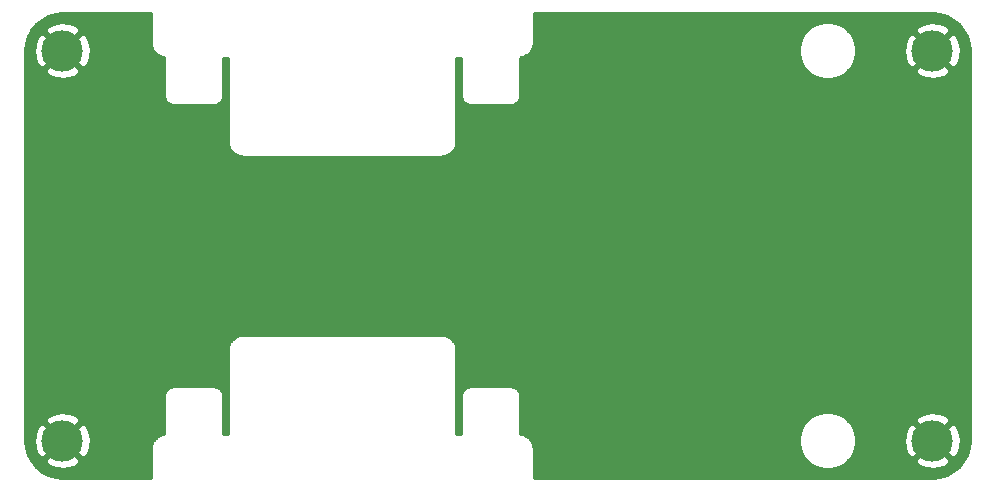
<source format=gbl>
%TF.GenerationSoftware,KiCad,Pcbnew,(5.1.8)-1*%
%TF.CreationDate,2021-02-06T02:04:06+01:00*%
%TF.ProjectId,C64 Joystick Faceplate A1,43363420-4a6f-4797-9374-69636b204661,rev?*%
%TF.SameCoordinates,Original*%
%TF.FileFunction,Copper,L2,Bot*%
%TF.FilePolarity,Positive*%
%FSLAX46Y46*%
G04 Gerber Fmt 4.6, Leading zero omitted, Abs format (unit mm)*
G04 Created by KiCad (PCBNEW (5.1.8)-1) date 2021-02-06 02:04:06*
%MOMM*%
%LPD*%
G01*
G04 APERTURE LIST*
%TA.AperFunction,ComponentPad*%
%ADD10C,3.500000*%
%TD*%
%TA.AperFunction,Conductor*%
%ADD11C,0.254000*%
%TD*%
%TA.AperFunction,Conductor*%
%ADD12C,0.100000*%
%TD*%
G04 APERTURE END LIST*
D10*
%TO.P,M1,1*%
%TO.N,Net-(M1-Pad1)*%
X99695000Y-108585000D03*
%TD*%
%TO.P,M2,1*%
%TO.N,Net-(M1-Pad1)*%
X173355000Y-75565000D03*
%TD*%
%TO.P,M3,1*%
%TO.N,Net-(M1-Pad1)*%
X99695000Y-75565000D03*
%TD*%
%TO.P,M4,1*%
%TO.N,Net-(M1-Pad1)*%
X173355000Y-108585000D03*
%TD*%
D11*
%TO.N,Net-(M1-Pad1)*%
X107162513Y-72415666D02*
X107163001Y-72420310D01*
X107163000Y-74898918D01*
X107165758Y-74926919D01*
X107165731Y-74930755D01*
X107166631Y-74939926D01*
X107179586Y-75063177D01*
X107191615Y-75121774D01*
X107202822Y-75180528D01*
X107205486Y-75189350D01*
X107242133Y-75307738D01*
X107265308Y-75362868D01*
X107287722Y-75418347D01*
X107292049Y-75426483D01*
X107350992Y-75535498D01*
X107384437Y-75585082D01*
X107417197Y-75635145D01*
X107423022Y-75642286D01*
X107502018Y-75737776D01*
X107544467Y-75779930D01*
X107586315Y-75822665D01*
X107593416Y-75828539D01*
X107689455Y-75906867D01*
X107739281Y-75939972D01*
X107788638Y-75973767D01*
X107796744Y-75978150D01*
X107906167Y-76036332D01*
X107961459Y-76059121D01*
X108016455Y-76082693D01*
X108025258Y-76085418D01*
X108143899Y-76121237D01*
X108202583Y-76132857D01*
X108261094Y-76145294D01*
X108270250Y-76146256D01*
X108270255Y-76146257D01*
X108270259Y-76146257D01*
X108306000Y-76149761D01*
X108306001Y-79407419D01*
X108308724Y-79435062D01*
X108308719Y-79435709D01*
X108309619Y-79444881D01*
X108310756Y-79455700D01*
X108315551Y-79504383D01*
X108326754Y-79541314D01*
X108335445Y-79586876D01*
X108338108Y-79595698D01*
X108345437Y-79619375D01*
X108368616Y-79674516D01*
X108391030Y-79729993D01*
X108395357Y-79738129D01*
X108407146Y-79759932D01*
X108440577Y-79809495D01*
X108473346Y-79859572D01*
X108479170Y-79866713D01*
X108494969Y-79885811D01*
X108537418Y-79927965D01*
X108579266Y-79970700D01*
X108586366Y-79976574D01*
X108605575Y-79992240D01*
X108655358Y-80025316D01*
X108704771Y-80059149D01*
X108712877Y-80063531D01*
X108734762Y-80075167D01*
X108790054Y-80097956D01*
X108845038Y-80121522D01*
X108853841Y-80124247D01*
X108877569Y-80131411D01*
X108925640Y-80140930D01*
X108963617Y-80152450D01*
X109002317Y-80156262D01*
X109003920Y-80156430D01*
X109003925Y-80156431D01*
X109003930Y-80156431D01*
X109028578Y-80158848D01*
X109060581Y-80162000D01*
X112554419Y-80162000D01*
X112582071Y-80159277D01*
X112582709Y-80159281D01*
X112591881Y-80158381D01*
X112602549Y-80157260D01*
X112651383Y-80152450D01*
X112688323Y-80141244D01*
X112733876Y-80132555D01*
X112742698Y-80129892D01*
X112766375Y-80122563D01*
X112821516Y-80099384D01*
X112876993Y-80076970D01*
X112885129Y-80072643D01*
X112906932Y-80060854D01*
X112956495Y-80027423D01*
X113006572Y-79994654D01*
X113013713Y-79988830D01*
X113032811Y-79973031D01*
X113074965Y-79930582D01*
X113117700Y-79888734D01*
X113123574Y-79881634D01*
X113139240Y-79862425D01*
X113172316Y-79812642D01*
X113206149Y-79763229D01*
X113210531Y-79755123D01*
X113222167Y-79733238D01*
X113244956Y-79677946D01*
X113268522Y-79622962D01*
X113271247Y-79614159D01*
X113278411Y-79590431D01*
X113287930Y-79542360D01*
X113299450Y-79504383D01*
X113303262Y-79465683D01*
X113303430Y-79464080D01*
X113303431Y-79464075D01*
X113303431Y-79464066D01*
X113305849Y-79439412D01*
X113309000Y-79407419D01*
X113309000Y-76161500D01*
X113696225Y-76161500D01*
X113703013Y-76162166D01*
X113703501Y-76166810D01*
X113703500Y-83280918D01*
X113706258Y-83308919D01*
X113706231Y-83312755D01*
X113707131Y-83321926D01*
X113720086Y-83445177D01*
X113732115Y-83503774D01*
X113743322Y-83562528D01*
X113745986Y-83571350D01*
X113782633Y-83689738D01*
X113805808Y-83744868D01*
X113828222Y-83800347D01*
X113832549Y-83808483D01*
X113891492Y-83917498D01*
X113924937Y-83967082D01*
X113957697Y-84017145D01*
X113963522Y-84024286D01*
X114042518Y-84119776D01*
X114084967Y-84161930D01*
X114126815Y-84204665D01*
X114133916Y-84210539D01*
X114229955Y-84288867D01*
X114279781Y-84321972D01*
X114329138Y-84355767D01*
X114337244Y-84360150D01*
X114446667Y-84418332D01*
X114501959Y-84441121D01*
X114556955Y-84464693D01*
X114565758Y-84467418D01*
X114684399Y-84503237D01*
X114743083Y-84514857D01*
X114801594Y-84527294D01*
X114810750Y-84528256D01*
X114810755Y-84528257D01*
X114810759Y-84528257D01*
X114934097Y-84540350D01*
X114934098Y-84540350D01*
X114966081Y-84543500D01*
X131794919Y-84543500D01*
X131822919Y-84540742D01*
X131826755Y-84540769D01*
X131835926Y-84539869D01*
X131959177Y-84526914D01*
X132017774Y-84514885D01*
X132076528Y-84503678D01*
X132085350Y-84501014D01*
X132203738Y-84464367D01*
X132258868Y-84441192D01*
X132314347Y-84418778D01*
X132322483Y-84414451D01*
X132431498Y-84355508D01*
X132481082Y-84322063D01*
X132531145Y-84289303D01*
X132538286Y-84283478D01*
X132633776Y-84204482D01*
X132675930Y-84162033D01*
X132718665Y-84120185D01*
X132724539Y-84113084D01*
X132802867Y-84017045D01*
X132835972Y-83967219D01*
X132869767Y-83917862D01*
X132874150Y-83909756D01*
X132932332Y-83800333D01*
X132955121Y-83745041D01*
X132978693Y-83690045D01*
X132981418Y-83681242D01*
X133017237Y-83562601D01*
X133028859Y-83503908D01*
X133041294Y-83445406D01*
X133042256Y-83436250D01*
X133042257Y-83436245D01*
X133042257Y-83436241D01*
X133054350Y-83312903D01*
X133054350Y-83312902D01*
X133057500Y-83280919D01*
X133057500Y-76168775D01*
X133058166Y-76161987D01*
X133062801Y-76161500D01*
X133452000Y-76161500D01*
X133452001Y-79407419D01*
X133454724Y-79435062D01*
X133454719Y-79435709D01*
X133455619Y-79444881D01*
X133456756Y-79455700D01*
X133461551Y-79504383D01*
X133472754Y-79541314D01*
X133481445Y-79586876D01*
X133484108Y-79595698D01*
X133491437Y-79619375D01*
X133514616Y-79674516D01*
X133537030Y-79729993D01*
X133541357Y-79738129D01*
X133553146Y-79759932D01*
X133586577Y-79809495D01*
X133619346Y-79859572D01*
X133625170Y-79866713D01*
X133640969Y-79885811D01*
X133683418Y-79927965D01*
X133725266Y-79970700D01*
X133732366Y-79976574D01*
X133751575Y-79992240D01*
X133801358Y-80025316D01*
X133850771Y-80059149D01*
X133858877Y-80063531D01*
X133880762Y-80075167D01*
X133936054Y-80097956D01*
X133991038Y-80121522D01*
X133999841Y-80124247D01*
X134023569Y-80131411D01*
X134071640Y-80140930D01*
X134109617Y-80152450D01*
X134148317Y-80156262D01*
X134149920Y-80156430D01*
X134149925Y-80156431D01*
X134149930Y-80156431D01*
X134174578Y-80158848D01*
X134206581Y-80162000D01*
X137700419Y-80162000D01*
X137728071Y-80159277D01*
X137728709Y-80159281D01*
X137737881Y-80158381D01*
X137748549Y-80157260D01*
X137797383Y-80152450D01*
X137834323Y-80141244D01*
X137879876Y-80132555D01*
X137888698Y-80129892D01*
X137912375Y-80122563D01*
X137967516Y-80099384D01*
X138022993Y-80076970D01*
X138031129Y-80072643D01*
X138052932Y-80060854D01*
X138102495Y-80027423D01*
X138152572Y-79994654D01*
X138159713Y-79988830D01*
X138178811Y-79973031D01*
X138220965Y-79930582D01*
X138263700Y-79888734D01*
X138269574Y-79881634D01*
X138285240Y-79862425D01*
X138318316Y-79812642D01*
X138352149Y-79763229D01*
X138356531Y-79755123D01*
X138368167Y-79733238D01*
X138390956Y-79677946D01*
X138414522Y-79622962D01*
X138417247Y-79614159D01*
X138424411Y-79590431D01*
X138433930Y-79542360D01*
X138445450Y-79504383D01*
X138449262Y-79465683D01*
X138449430Y-79464080D01*
X138449431Y-79464075D01*
X138449431Y-79464066D01*
X138451849Y-79439412D01*
X138455000Y-79407419D01*
X138455000Y-76149610D01*
X138499677Y-76144914D01*
X138558274Y-76132885D01*
X138617028Y-76121678D01*
X138625850Y-76119014D01*
X138744238Y-76082367D01*
X138799368Y-76059192D01*
X138854847Y-76036778D01*
X138862983Y-76032451D01*
X138971998Y-75973508D01*
X139021582Y-75940063D01*
X139071645Y-75907303D01*
X139078786Y-75901478D01*
X139174276Y-75822482D01*
X139216430Y-75780033D01*
X139259165Y-75738185D01*
X139265039Y-75731084D01*
X139343367Y-75635045D01*
X139376472Y-75585219D01*
X139410267Y-75535862D01*
X139414650Y-75527756D01*
X139472832Y-75418333D01*
X139495621Y-75363041D01*
X139511188Y-75326720D01*
X162045706Y-75326720D01*
X162045706Y-75803280D01*
X162138678Y-76270682D01*
X162321049Y-76710965D01*
X162585812Y-77107210D01*
X162922790Y-77444188D01*
X163319035Y-77708951D01*
X163759318Y-77891322D01*
X164226720Y-77984294D01*
X164703280Y-77984294D01*
X165170682Y-77891322D01*
X165610965Y-77708951D01*
X166007210Y-77444188D01*
X166216789Y-77234609D01*
X171864997Y-77234609D01*
X172051073Y-77575766D01*
X172468409Y-77791513D01*
X172919815Y-77921696D01*
X173387946Y-77961313D01*
X173854811Y-77908842D01*
X174302468Y-77766297D01*
X174658927Y-77575766D01*
X174845003Y-77234609D01*
X173355000Y-75744605D01*
X171864997Y-77234609D01*
X166216789Y-77234609D01*
X166344188Y-77107210D01*
X166608951Y-76710965D01*
X166791322Y-76270682D01*
X166884294Y-75803280D01*
X166884294Y-75597946D01*
X170958687Y-75597946D01*
X171011158Y-76064811D01*
X171153703Y-76512468D01*
X171344234Y-76868927D01*
X171685391Y-77055003D01*
X173175395Y-75565000D01*
X173534605Y-75565000D01*
X175024609Y-77055003D01*
X175365766Y-76868927D01*
X175581513Y-76451591D01*
X175711696Y-76000185D01*
X175751313Y-75532054D01*
X175698842Y-75065189D01*
X175556297Y-74617532D01*
X175365766Y-74261073D01*
X175024609Y-74074997D01*
X173534605Y-75565000D01*
X173175395Y-75565000D01*
X171685391Y-74074997D01*
X171344234Y-74261073D01*
X171128487Y-74678409D01*
X170998304Y-75129815D01*
X170958687Y-75597946D01*
X166884294Y-75597946D01*
X166884294Y-75326720D01*
X166791322Y-74859318D01*
X166608951Y-74419035D01*
X166344188Y-74022790D01*
X166216789Y-73895391D01*
X171864997Y-73895391D01*
X173355000Y-75385395D01*
X174845003Y-73895391D01*
X174658927Y-73554234D01*
X174241591Y-73338487D01*
X173790185Y-73208304D01*
X173322054Y-73168687D01*
X172855189Y-73221158D01*
X172407532Y-73363703D01*
X172051073Y-73554234D01*
X171864997Y-73895391D01*
X166216789Y-73895391D01*
X166007210Y-73685812D01*
X165610965Y-73421049D01*
X165170682Y-73238678D01*
X164703280Y-73145706D01*
X164226720Y-73145706D01*
X163759318Y-73238678D01*
X163319035Y-73421049D01*
X162922790Y-73685812D01*
X162585812Y-74022790D01*
X162321049Y-74419035D01*
X162138678Y-74859318D01*
X162045706Y-75326720D01*
X139511188Y-75326720D01*
X139519193Y-75308045D01*
X139521918Y-75299242D01*
X139557737Y-75180601D01*
X139569359Y-75121908D01*
X139581794Y-75063406D01*
X139582756Y-75054250D01*
X139582757Y-75054245D01*
X139582757Y-75054241D01*
X139594850Y-74930903D01*
X139594850Y-74930902D01*
X139598000Y-74898919D01*
X139598000Y-72422275D01*
X139598666Y-72415487D01*
X139603301Y-72415000D01*
X173322721Y-72415000D01*
X173966222Y-72478096D01*
X174554164Y-72655606D01*
X175096436Y-72943937D01*
X175572364Y-73332094D01*
X175963845Y-73805314D01*
X176255951Y-74345552D01*
X176437563Y-74932244D01*
X176505000Y-75573879D01*
X176505001Y-108552711D01*
X176441904Y-109196221D01*
X176264394Y-109784164D01*
X175976063Y-110326436D01*
X175587906Y-110802364D01*
X175114686Y-111193845D01*
X174574449Y-111485950D01*
X173987756Y-111667563D01*
X173346130Y-111735000D01*
X139605275Y-111735000D01*
X139598487Y-111734335D01*
X139598000Y-111729699D01*
X139598000Y-109251081D01*
X139595242Y-109223081D01*
X139595269Y-109219245D01*
X139594369Y-109210074D01*
X139581414Y-109086823D01*
X139569387Y-109028233D01*
X139558178Y-108969471D01*
X139555514Y-108960649D01*
X139518867Y-108842262D01*
X139495692Y-108787132D01*
X139473278Y-108731653D01*
X139468951Y-108723517D01*
X139410007Y-108614502D01*
X139376565Y-108564922D01*
X139343803Y-108514855D01*
X139337978Y-108507714D01*
X139258982Y-108412224D01*
X139216566Y-108370103D01*
X139193668Y-108346720D01*
X162045706Y-108346720D01*
X162045706Y-108823280D01*
X162138678Y-109290682D01*
X162321049Y-109730965D01*
X162585812Y-110127210D01*
X162922790Y-110464188D01*
X163319035Y-110728951D01*
X163759318Y-110911322D01*
X164226720Y-111004294D01*
X164703280Y-111004294D01*
X165170682Y-110911322D01*
X165610965Y-110728951D01*
X166007210Y-110464188D01*
X166216789Y-110254609D01*
X171864997Y-110254609D01*
X172051073Y-110595766D01*
X172468409Y-110811513D01*
X172919815Y-110941696D01*
X173387946Y-110981313D01*
X173854811Y-110928842D01*
X174302468Y-110786297D01*
X174658927Y-110595766D01*
X174845003Y-110254609D01*
X173355000Y-108764605D01*
X171864997Y-110254609D01*
X166216789Y-110254609D01*
X166344188Y-110127210D01*
X166608951Y-109730965D01*
X166791322Y-109290682D01*
X166884294Y-108823280D01*
X166884294Y-108617946D01*
X170958687Y-108617946D01*
X171011158Y-109084811D01*
X171153703Y-109532468D01*
X171344234Y-109888927D01*
X171685391Y-110075003D01*
X173175395Y-108585000D01*
X173534605Y-108585000D01*
X175024609Y-110075003D01*
X175365766Y-109888927D01*
X175581513Y-109471591D01*
X175711696Y-109020185D01*
X175751313Y-108552054D01*
X175698842Y-108085189D01*
X175556297Y-107637532D01*
X175365766Y-107281073D01*
X175024609Y-107094997D01*
X173534605Y-108585000D01*
X173175395Y-108585000D01*
X171685391Y-107094997D01*
X171344234Y-107281073D01*
X171128487Y-107698409D01*
X170998304Y-108149815D01*
X170958687Y-108617946D01*
X166884294Y-108617946D01*
X166884294Y-108346720D01*
X166791322Y-107879318D01*
X166608951Y-107439035D01*
X166344188Y-107042790D01*
X166216789Y-106915391D01*
X171864997Y-106915391D01*
X173355000Y-108405395D01*
X174845003Y-106915391D01*
X174658927Y-106574234D01*
X174241591Y-106358487D01*
X173790185Y-106228304D01*
X173322054Y-106188687D01*
X172855189Y-106241158D01*
X172407532Y-106383703D01*
X172051073Y-106574234D01*
X171864997Y-106915391D01*
X166216789Y-106915391D01*
X166007210Y-106705812D01*
X165610965Y-106441049D01*
X165170682Y-106258678D01*
X164703280Y-106165706D01*
X164226720Y-106165706D01*
X163759318Y-106258678D01*
X163319035Y-106441049D01*
X162922790Y-106705812D01*
X162585812Y-107042790D01*
X162321049Y-107439035D01*
X162138678Y-107879318D01*
X162045706Y-108346720D01*
X139193668Y-108346720D01*
X139174684Y-108327334D01*
X139167584Y-108321461D01*
X139071545Y-108243133D01*
X139021703Y-108210018D01*
X138972362Y-108176233D01*
X138964256Y-108171850D01*
X138854832Y-108113668D01*
X138799554Y-108090884D01*
X138744545Y-108067307D01*
X138735741Y-108064582D01*
X138617101Y-108028762D01*
X138558372Y-108017133D01*
X138499905Y-108004706D01*
X138490747Y-108003744D01*
X138490744Y-108003743D01*
X138490741Y-108003743D01*
X138455000Y-108000239D01*
X138455000Y-104742581D01*
X138452277Y-104714929D01*
X138452281Y-104714291D01*
X138451381Y-104705120D01*
X138450261Y-104694460D01*
X138445450Y-104645617D01*
X138434244Y-104608678D01*
X138425555Y-104563123D01*
X138422892Y-104554302D01*
X138415563Y-104530625D01*
X138392384Y-104475484D01*
X138369970Y-104420007D01*
X138365643Y-104411871D01*
X138353854Y-104390068D01*
X138320413Y-104340490D01*
X138287654Y-104290428D01*
X138281830Y-104283287D01*
X138266031Y-104264189D01*
X138223602Y-104222055D01*
X138181735Y-104179300D01*
X138174634Y-104173426D01*
X138155426Y-104157760D01*
X138105609Y-104124661D01*
X138056229Y-104090851D01*
X138048123Y-104086468D01*
X138026238Y-104074833D01*
X137970960Y-104052050D01*
X137915963Y-104028478D01*
X137907159Y-104025753D01*
X137883431Y-104018589D01*
X137835360Y-104009070D01*
X137797383Y-103997550D01*
X137758683Y-103993738D01*
X137757080Y-103993570D01*
X137757075Y-103993569D01*
X137757070Y-103993569D01*
X137732412Y-103991151D01*
X137700419Y-103988000D01*
X134206581Y-103988000D01*
X134178929Y-103990723D01*
X134178291Y-103990719D01*
X134169120Y-103991619D01*
X134158460Y-103992739D01*
X134109617Y-103997550D01*
X134072678Y-104008756D01*
X134027123Y-104017445D01*
X134018302Y-104020108D01*
X133994625Y-104027437D01*
X133939484Y-104050616D01*
X133884007Y-104073030D01*
X133875871Y-104077357D01*
X133854068Y-104089146D01*
X133804490Y-104122587D01*
X133754428Y-104155346D01*
X133747287Y-104161170D01*
X133728189Y-104176969D01*
X133686055Y-104219398D01*
X133643300Y-104261265D01*
X133637426Y-104268366D01*
X133621760Y-104287574D01*
X133588661Y-104337391D01*
X133554851Y-104386771D01*
X133550468Y-104394877D01*
X133538833Y-104416762D01*
X133516050Y-104472040D01*
X133492478Y-104527037D01*
X133489753Y-104535841D01*
X133482589Y-104559569D01*
X133473068Y-104607650D01*
X133461551Y-104645617D01*
X133457754Y-104684165D01*
X133457570Y-104685920D01*
X133457569Y-104685925D01*
X133457569Y-104685930D01*
X133455151Y-104710588D01*
X133455151Y-104710598D01*
X133452001Y-104742581D01*
X133452000Y-107988500D01*
X133064775Y-107988500D01*
X133057987Y-107987835D01*
X133057500Y-107983199D01*
X133057500Y-100869081D01*
X133054742Y-100841081D01*
X133054769Y-100837245D01*
X133053869Y-100828074D01*
X133040914Y-100704823D01*
X133028887Y-100646233D01*
X133017678Y-100587471D01*
X133015014Y-100578649D01*
X132978367Y-100460262D01*
X132955192Y-100405132D01*
X132932778Y-100349653D01*
X132928451Y-100341517D01*
X132869507Y-100232502D01*
X132836065Y-100182922D01*
X132803303Y-100132855D01*
X132797478Y-100125714D01*
X132718482Y-100030224D01*
X132676066Y-99988103D01*
X132634184Y-99945334D01*
X132627084Y-99939461D01*
X132531045Y-99861133D01*
X132481203Y-99828018D01*
X132431862Y-99794233D01*
X132423756Y-99789850D01*
X132314332Y-99731668D01*
X132259054Y-99708884D01*
X132204045Y-99685307D01*
X132195241Y-99682582D01*
X132076601Y-99646762D01*
X132017872Y-99635133D01*
X131959405Y-99622706D01*
X131950247Y-99621744D01*
X131950244Y-99621743D01*
X131950241Y-99621743D01*
X131826902Y-99609650D01*
X131794919Y-99606500D01*
X114966081Y-99606500D01*
X114938081Y-99609258D01*
X114934245Y-99609231D01*
X114925074Y-99610131D01*
X114801823Y-99623086D01*
X114743233Y-99635113D01*
X114684471Y-99646322D01*
X114675649Y-99648986D01*
X114557262Y-99685633D01*
X114502132Y-99708808D01*
X114446653Y-99731222D01*
X114438517Y-99735549D01*
X114329502Y-99794493D01*
X114279922Y-99827935D01*
X114229855Y-99860697D01*
X114222714Y-99866522D01*
X114127224Y-99945518D01*
X114085103Y-99987934D01*
X114042334Y-100029816D01*
X114036461Y-100036916D01*
X113958133Y-100132955D01*
X113925018Y-100182797D01*
X113891233Y-100232138D01*
X113886850Y-100240244D01*
X113828668Y-100349668D01*
X113805884Y-100404946D01*
X113782307Y-100459955D01*
X113779582Y-100468759D01*
X113743762Y-100587399D01*
X113732141Y-100646092D01*
X113719706Y-100704595D01*
X113718744Y-100713753D01*
X113718744Y-100713754D01*
X113718743Y-100713759D01*
X113706650Y-100837098D01*
X113703500Y-100869082D01*
X113703501Y-107981215D01*
X113702835Y-107988013D01*
X113698199Y-107988500D01*
X113309000Y-107988500D01*
X113309000Y-104742581D01*
X113306277Y-104714929D01*
X113306281Y-104714291D01*
X113305381Y-104705120D01*
X113304261Y-104694460D01*
X113299450Y-104645617D01*
X113288244Y-104608678D01*
X113279555Y-104563123D01*
X113276892Y-104554302D01*
X113269563Y-104530625D01*
X113246384Y-104475484D01*
X113223970Y-104420007D01*
X113219643Y-104411871D01*
X113207854Y-104390068D01*
X113174413Y-104340490D01*
X113141654Y-104290428D01*
X113135830Y-104283287D01*
X113120031Y-104264189D01*
X113077602Y-104222055D01*
X113035735Y-104179300D01*
X113028634Y-104173426D01*
X113009426Y-104157760D01*
X112959609Y-104124661D01*
X112910229Y-104090851D01*
X112902123Y-104086468D01*
X112880238Y-104074833D01*
X112824960Y-104052050D01*
X112769963Y-104028478D01*
X112761159Y-104025753D01*
X112737431Y-104018589D01*
X112689360Y-104009070D01*
X112651383Y-103997550D01*
X112612683Y-103993738D01*
X112611080Y-103993570D01*
X112611075Y-103993569D01*
X112611070Y-103993569D01*
X112586412Y-103991151D01*
X112554419Y-103988000D01*
X109060581Y-103988000D01*
X109032929Y-103990723D01*
X109032291Y-103990719D01*
X109023120Y-103991619D01*
X109012460Y-103992739D01*
X108963617Y-103997550D01*
X108926678Y-104008756D01*
X108881123Y-104017445D01*
X108872302Y-104020108D01*
X108848625Y-104027437D01*
X108793484Y-104050616D01*
X108738007Y-104073030D01*
X108729871Y-104077357D01*
X108708068Y-104089146D01*
X108658490Y-104122587D01*
X108608428Y-104155346D01*
X108601287Y-104161170D01*
X108582189Y-104176969D01*
X108540055Y-104219398D01*
X108497300Y-104261265D01*
X108491426Y-104268366D01*
X108475760Y-104287574D01*
X108442661Y-104337391D01*
X108408851Y-104386771D01*
X108404468Y-104394877D01*
X108392833Y-104416762D01*
X108370050Y-104472040D01*
X108346478Y-104527037D01*
X108343753Y-104535841D01*
X108336589Y-104559569D01*
X108327068Y-104607650D01*
X108315551Y-104645617D01*
X108311754Y-104684165D01*
X108311570Y-104685920D01*
X108311569Y-104685925D01*
X108311569Y-104685930D01*
X108309151Y-104710588D01*
X108309151Y-104710598D01*
X108306001Y-104742581D01*
X108306000Y-108000390D01*
X108261323Y-108005086D01*
X108202733Y-108017113D01*
X108143971Y-108028322D01*
X108135149Y-108030986D01*
X108016762Y-108067633D01*
X107961632Y-108090808D01*
X107906153Y-108113222D01*
X107898017Y-108117549D01*
X107789002Y-108176493D01*
X107739422Y-108209935D01*
X107689355Y-108242697D01*
X107682214Y-108248522D01*
X107586724Y-108327518D01*
X107544603Y-108369934D01*
X107501834Y-108411816D01*
X107495961Y-108418916D01*
X107417633Y-108514955D01*
X107384518Y-108564797D01*
X107350733Y-108614138D01*
X107346350Y-108622244D01*
X107288168Y-108731668D01*
X107265390Y-108786932D01*
X107241807Y-108841955D01*
X107239082Y-108850759D01*
X107203262Y-108969399D01*
X107191641Y-109028092D01*
X107179206Y-109086595D01*
X107178244Y-109095753D01*
X107178244Y-109095754D01*
X107178243Y-109095759D01*
X107166150Y-109219098D01*
X107163000Y-109251082D01*
X107163001Y-111727716D01*
X107162335Y-111734513D01*
X107157699Y-111735000D01*
X99727279Y-111735000D01*
X99083779Y-111671904D01*
X98495836Y-111494394D01*
X97953564Y-111206063D01*
X97477636Y-110817906D01*
X97086155Y-110344686D01*
X97037451Y-110254609D01*
X98204997Y-110254609D01*
X98391073Y-110595766D01*
X98808409Y-110811513D01*
X99259815Y-110941696D01*
X99727946Y-110981313D01*
X100194811Y-110928842D01*
X100642468Y-110786297D01*
X100998927Y-110595766D01*
X101185003Y-110254609D01*
X99695000Y-108764605D01*
X98204997Y-110254609D01*
X97037451Y-110254609D01*
X96794050Y-109804449D01*
X96612437Y-109217756D01*
X96549395Y-108617946D01*
X97298687Y-108617946D01*
X97351158Y-109084811D01*
X97493703Y-109532468D01*
X97684234Y-109888927D01*
X98025391Y-110075003D01*
X99515395Y-108585000D01*
X99874605Y-108585000D01*
X101364609Y-110075003D01*
X101705766Y-109888927D01*
X101921513Y-109471591D01*
X102051696Y-109020185D01*
X102091313Y-108552054D01*
X102038842Y-108085189D01*
X101896297Y-107637532D01*
X101705766Y-107281073D01*
X101364609Y-107094997D01*
X99874605Y-108585000D01*
X99515395Y-108585000D01*
X98025391Y-107094997D01*
X97684234Y-107281073D01*
X97468487Y-107698409D01*
X97338304Y-108149815D01*
X97298687Y-108617946D01*
X96549395Y-108617946D01*
X96545000Y-108576130D01*
X96545000Y-106915391D01*
X98204997Y-106915391D01*
X99695000Y-108405395D01*
X101185003Y-106915391D01*
X100998927Y-106574234D01*
X100581591Y-106358487D01*
X100130185Y-106228304D01*
X99662054Y-106188687D01*
X99195189Y-106241158D01*
X98747532Y-106383703D01*
X98391073Y-106574234D01*
X98204997Y-106915391D01*
X96545000Y-106915391D01*
X96545000Y-77234609D01*
X98204997Y-77234609D01*
X98391073Y-77575766D01*
X98808409Y-77791513D01*
X99259815Y-77921696D01*
X99727946Y-77961313D01*
X100194811Y-77908842D01*
X100642468Y-77766297D01*
X100998927Y-77575766D01*
X101185003Y-77234609D01*
X99695000Y-75744605D01*
X98204997Y-77234609D01*
X96545000Y-77234609D01*
X96545000Y-75597946D01*
X97298687Y-75597946D01*
X97351158Y-76064811D01*
X97493703Y-76512468D01*
X97684234Y-76868927D01*
X98025391Y-77055003D01*
X99515395Y-75565000D01*
X99874605Y-75565000D01*
X101364609Y-77055003D01*
X101705766Y-76868927D01*
X101921513Y-76451591D01*
X102051696Y-76000185D01*
X102091313Y-75532054D01*
X102038842Y-75065189D01*
X101896297Y-74617532D01*
X101705766Y-74261073D01*
X101364609Y-74074997D01*
X99874605Y-75565000D01*
X99515395Y-75565000D01*
X98025391Y-74074997D01*
X97684234Y-74261073D01*
X97468487Y-74678409D01*
X97338304Y-75129815D01*
X97298687Y-75597946D01*
X96545000Y-75597946D01*
X96545000Y-75597279D01*
X96608096Y-74953778D01*
X96785606Y-74365836D01*
X97035745Y-73895391D01*
X98204997Y-73895391D01*
X99695000Y-75385395D01*
X101185003Y-73895391D01*
X100998927Y-73554234D01*
X100581591Y-73338487D01*
X100130185Y-73208304D01*
X99662054Y-73168687D01*
X99195189Y-73221158D01*
X98747532Y-73363703D01*
X98391073Y-73554234D01*
X98204997Y-73895391D01*
X97035745Y-73895391D01*
X97073937Y-73823564D01*
X97462094Y-73347636D01*
X97935314Y-72956155D01*
X98475552Y-72664049D01*
X99062244Y-72482437D01*
X99703879Y-72415000D01*
X107155725Y-72415000D01*
X107162513Y-72415666D01*
%TA.AperFunction,Conductor*%
D12*
G36*
X107162513Y-72415666D02*
G01*
X107163001Y-72420310D01*
X107163000Y-74898918D01*
X107165758Y-74926919D01*
X107165731Y-74930755D01*
X107166631Y-74939926D01*
X107179586Y-75063177D01*
X107191615Y-75121774D01*
X107202822Y-75180528D01*
X107205486Y-75189350D01*
X107242133Y-75307738D01*
X107265308Y-75362868D01*
X107287722Y-75418347D01*
X107292049Y-75426483D01*
X107350992Y-75535498D01*
X107384437Y-75585082D01*
X107417197Y-75635145D01*
X107423022Y-75642286D01*
X107502018Y-75737776D01*
X107544467Y-75779930D01*
X107586315Y-75822665D01*
X107593416Y-75828539D01*
X107689455Y-75906867D01*
X107739281Y-75939972D01*
X107788638Y-75973767D01*
X107796744Y-75978150D01*
X107906167Y-76036332D01*
X107961459Y-76059121D01*
X108016455Y-76082693D01*
X108025258Y-76085418D01*
X108143899Y-76121237D01*
X108202583Y-76132857D01*
X108261094Y-76145294D01*
X108270250Y-76146256D01*
X108270255Y-76146257D01*
X108270259Y-76146257D01*
X108306000Y-76149761D01*
X108306001Y-79407419D01*
X108308724Y-79435062D01*
X108308719Y-79435709D01*
X108309619Y-79444881D01*
X108310756Y-79455700D01*
X108315551Y-79504383D01*
X108326754Y-79541314D01*
X108335445Y-79586876D01*
X108338108Y-79595698D01*
X108345437Y-79619375D01*
X108368616Y-79674516D01*
X108391030Y-79729993D01*
X108395357Y-79738129D01*
X108407146Y-79759932D01*
X108440577Y-79809495D01*
X108473346Y-79859572D01*
X108479170Y-79866713D01*
X108494969Y-79885811D01*
X108537418Y-79927965D01*
X108579266Y-79970700D01*
X108586366Y-79976574D01*
X108605575Y-79992240D01*
X108655358Y-80025316D01*
X108704771Y-80059149D01*
X108712877Y-80063531D01*
X108734762Y-80075167D01*
X108790054Y-80097956D01*
X108845038Y-80121522D01*
X108853841Y-80124247D01*
X108877569Y-80131411D01*
X108925640Y-80140930D01*
X108963617Y-80152450D01*
X109002317Y-80156262D01*
X109003920Y-80156430D01*
X109003925Y-80156431D01*
X109003930Y-80156431D01*
X109028578Y-80158848D01*
X109060581Y-80162000D01*
X112554419Y-80162000D01*
X112582071Y-80159277D01*
X112582709Y-80159281D01*
X112591881Y-80158381D01*
X112602549Y-80157260D01*
X112651383Y-80152450D01*
X112688323Y-80141244D01*
X112733876Y-80132555D01*
X112742698Y-80129892D01*
X112766375Y-80122563D01*
X112821516Y-80099384D01*
X112876993Y-80076970D01*
X112885129Y-80072643D01*
X112906932Y-80060854D01*
X112956495Y-80027423D01*
X113006572Y-79994654D01*
X113013713Y-79988830D01*
X113032811Y-79973031D01*
X113074965Y-79930582D01*
X113117700Y-79888734D01*
X113123574Y-79881634D01*
X113139240Y-79862425D01*
X113172316Y-79812642D01*
X113206149Y-79763229D01*
X113210531Y-79755123D01*
X113222167Y-79733238D01*
X113244956Y-79677946D01*
X113268522Y-79622962D01*
X113271247Y-79614159D01*
X113278411Y-79590431D01*
X113287930Y-79542360D01*
X113299450Y-79504383D01*
X113303262Y-79465683D01*
X113303430Y-79464080D01*
X113303431Y-79464075D01*
X113303431Y-79464066D01*
X113305849Y-79439412D01*
X113309000Y-79407419D01*
X113309000Y-76161500D01*
X113696225Y-76161500D01*
X113703013Y-76162166D01*
X113703501Y-76166810D01*
X113703500Y-83280918D01*
X113706258Y-83308919D01*
X113706231Y-83312755D01*
X113707131Y-83321926D01*
X113720086Y-83445177D01*
X113732115Y-83503774D01*
X113743322Y-83562528D01*
X113745986Y-83571350D01*
X113782633Y-83689738D01*
X113805808Y-83744868D01*
X113828222Y-83800347D01*
X113832549Y-83808483D01*
X113891492Y-83917498D01*
X113924937Y-83967082D01*
X113957697Y-84017145D01*
X113963522Y-84024286D01*
X114042518Y-84119776D01*
X114084967Y-84161930D01*
X114126815Y-84204665D01*
X114133916Y-84210539D01*
X114229955Y-84288867D01*
X114279781Y-84321972D01*
X114329138Y-84355767D01*
X114337244Y-84360150D01*
X114446667Y-84418332D01*
X114501959Y-84441121D01*
X114556955Y-84464693D01*
X114565758Y-84467418D01*
X114684399Y-84503237D01*
X114743083Y-84514857D01*
X114801594Y-84527294D01*
X114810750Y-84528256D01*
X114810755Y-84528257D01*
X114810759Y-84528257D01*
X114934097Y-84540350D01*
X114934098Y-84540350D01*
X114966081Y-84543500D01*
X131794919Y-84543500D01*
X131822919Y-84540742D01*
X131826755Y-84540769D01*
X131835926Y-84539869D01*
X131959177Y-84526914D01*
X132017774Y-84514885D01*
X132076528Y-84503678D01*
X132085350Y-84501014D01*
X132203738Y-84464367D01*
X132258868Y-84441192D01*
X132314347Y-84418778D01*
X132322483Y-84414451D01*
X132431498Y-84355508D01*
X132481082Y-84322063D01*
X132531145Y-84289303D01*
X132538286Y-84283478D01*
X132633776Y-84204482D01*
X132675930Y-84162033D01*
X132718665Y-84120185D01*
X132724539Y-84113084D01*
X132802867Y-84017045D01*
X132835972Y-83967219D01*
X132869767Y-83917862D01*
X132874150Y-83909756D01*
X132932332Y-83800333D01*
X132955121Y-83745041D01*
X132978693Y-83690045D01*
X132981418Y-83681242D01*
X133017237Y-83562601D01*
X133028859Y-83503908D01*
X133041294Y-83445406D01*
X133042256Y-83436250D01*
X133042257Y-83436245D01*
X133042257Y-83436241D01*
X133054350Y-83312903D01*
X133054350Y-83312902D01*
X133057500Y-83280919D01*
X133057500Y-76168775D01*
X133058166Y-76161987D01*
X133062801Y-76161500D01*
X133452000Y-76161500D01*
X133452001Y-79407419D01*
X133454724Y-79435062D01*
X133454719Y-79435709D01*
X133455619Y-79444881D01*
X133456756Y-79455700D01*
X133461551Y-79504383D01*
X133472754Y-79541314D01*
X133481445Y-79586876D01*
X133484108Y-79595698D01*
X133491437Y-79619375D01*
X133514616Y-79674516D01*
X133537030Y-79729993D01*
X133541357Y-79738129D01*
X133553146Y-79759932D01*
X133586577Y-79809495D01*
X133619346Y-79859572D01*
X133625170Y-79866713D01*
X133640969Y-79885811D01*
X133683418Y-79927965D01*
X133725266Y-79970700D01*
X133732366Y-79976574D01*
X133751575Y-79992240D01*
X133801358Y-80025316D01*
X133850771Y-80059149D01*
X133858877Y-80063531D01*
X133880762Y-80075167D01*
X133936054Y-80097956D01*
X133991038Y-80121522D01*
X133999841Y-80124247D01*
X134023569Y-80131411D01*
X134071640Y-80140930D01*
X134109617Y-80152450D01*
X134148317Y-80156262D01*
X134149920Y-80156430D01*
X134149925Y-80156431D01*
X134149930Y-80156431D01*
X134174578Y-80158848D01*
X134206581Y-80162000D01*
X137700419Y-80162000D01*
X137728071Y-80159277D01*
X137728709Y-80159281D01*
X137737881Y-80158381D01*
X137748549Y-80157260D01*
X137797383Y-80152450D01*
X137834323Y-80141244D01*
X137879876Y-80132555D01*
X137888698Y-80129892D01*
X137912375Y-80122563D01*
X137967516Y-80099384D01*
X138022993Y-80076970D01*
X138031129Y-80072643D01*
X138052932Y-80060854D01*
X138102495Y-80027423D01*
X138152572Y-79994654D01*
X138159713Y-79988830D01*
X138178811Y-79973031D01*
X138220965Y-79930582D01*
X138263700Y-79888734D01*
X138269574Y-79881634D01*
X138285240Y-79862425D01*
X138318316Y-79812642D01*
X138352149Y-79763229D01*
X138356531Y-79755123D01*
X138368167Y-79733238D01*
X138390956Y-79677946D01*
X138414522Y-79622962D01*
X138417247Y-79614159D01*
X138424411Y-79590431D01*
X138433930Y-79542360D01*
X138445450Y-79504383D01*
X138449262Y-79465683D01*
X138449430Y-79464080D01*
X138449431Y-79464075D01*
X138449431Y-79464066D01*
X138451849Y-79439412D01*
X138455000Y-79407419D01*
X138455000Y-76149610D01*
X138499677Y-76144914D01*
X138558274Y-76132885D01*
X138617028Y-76121678D01*
X138625850Y-76119014D01*
X138744238Y-76082367D01*
X138799368Y-76059192D01*
X138854847Y-76036778D01*
X138862983Y-76032451D01*
X138971998Y-75973508D01*
X139021582Y-75940063D01*
X139071645Y-75907303D01*
X139078786Y-75901478D01*
X139174276Y-75822482D01*
X139216430Y-75780033D01*
X139259165Y-75738185D01*
X139265039Y-75731084D01*
X139343367Y-75635045D01*
X139376472Y-75585219D01*
X139410267Y-75535862D01*
X139414650Y-75527756D01*
X139472832Y-75418333D01*
X139495621Y-75363041D01*
X139511188Y-75326720D01*
X162045706Y-75326720D01*
X162045706Y-75803280D01*
X162138678Y-76270682D01*
X162321049Y-76710965D01*
X162585812Y-77107210D01*
X162922790Y-77444188D01*
X163319035Y-77708951D01*
X163759318Y-77891322D01*
X164226720Y-77984294D01*
X164703280Y-77984294D01*
X165170682Y-77891322D01*
X165610965Y-77708951D01*
X166007210Y-77444188D01*
X166216789Y-77234609D01*
X171864997Y-77234609D01*
X172051073Y-77575766D01*
X172468409Y-77791513D01*
X172919815Y-77921696D01*
X173387946Y-77961313D01*
X173854811Y-77908842D01*
X174302468Y-77766297D01*
X174658927Y-77575766D01*
X174845003Y-77234609D01*
X173355000Y-75744605D01*
X171864997Y-77234609D01*
X166216789Y-77234609D01*
X166344188Y-77107210D01*
X166608951Y-76710965D01*
X166791322Y-76270682D01*
X166884294Y-75803280D01*
X166884294Y-75597946D01*
X170958687Y-75597946D01*
X171011158Y-76064811D01*
X171153703Y-76512468D01*
X171344234Y-76868927D01*
X171685391Y-77055003D01*
X173175395Y-75565000D01*
X173534605Y-75565000D01*
X175024609Y-77055003D01*
X175365766Y-76868927D01*
X175581513Y-76451591D01*
X175711696Y-76000185D01*
X175751313Y-75532054D01*
X175698842Y-75065189D01*
X175556297Y-74617532D01*
X175365766Y-74261073D01*
X175024609Y-74074997D01*
X173534605Y-75565000D01*
X173175395Y-75565000D01*
X171685391Y-74074997D01*
X171344234Y-74261073D01*
X171128487Y-74678409D01*
X170998304Y-75129815D01*
X170958687Y-75597946D01*
X166884294Y-75597946D01*
X166884294Y-75326720D01*
X166791322Y-74859318D01*
X166608951Y-74419035D01*
X166344188Y-74022790D01*
X166216789Y-73895391D01*
X171864997Y-73895391D01*
X173355000Y-75385395D01*
X174845003Y-73895391D01*
X174658927Y-73554234D01*
X174241591Y-73338487D01*
X173790185Y-73208304D01*
X173322054Y-73168687D01*
X172855189Y-73221158D01*
X172407532Y-73363703D01*
X172051073Y-73554234D01*
X171864997Y-73895391D01*
X166216789Y-73895391D01*
X166007210Y-73685812D01*
X165610965Y-73421049D01*
X165170682Y-73238678D01*
X164703280Y-73145706D01*
X164226720Y-73145706D01*
X163759318Y-73238678D01*
X163319035Y-73421049D01*
X162922790Y-73685812D01*
X162585812Y-74022790D01*
X162321049Y-74419035D01*
X162138678Y-74859318D01*
X162045706Y-75326720D01*
X139511188Y-75326720D01*
X139519193Y-75308045D01*
X139521918Y-75299242D01*
X139557737Y-75180601D01*
X139569359Y-75121908D01*
X139581794Y-75063406D01*
X139582756Y-75054250D01*
X139582757Y-75054245D01*
X139582757Y-75054241D01*
X139594850Y-74930903D01*
X139594850Y-74930902D01*
X139598000Y-74898919D01*
X139598000Y-72422275D01*
X139598666Y-72415487D01*
X139603301Y-72415000D01*
X173322721Y-72415000D01*
X173966222Y-72478096D01*
X174554164Y-72655606D01*
X175096436Y-72943937D01*
X175572364Y-73332094D01*
X175963845Y-73805314D01*
X176255951Y-74345552D01*
X176437563Y-74932244D01*
X176505000Y-75573879D01*
X176505001Y-108552711D01*
X176441904Y-109196221D01*
X176264394Y-109784164D01*
X175976063Y-110326436D01*
X175587906Y-110802364D01*
X175114686Y-111193845D01*
X174574449Y-111485950D01*
X173987756Y-111667563D01*
X173346130Y-111735000D01*
X139605275Y-111735000D01*
X139598487Y-111734335D01*
X139598000Y-111729699D01*
X139598000Y-109251081D01*
X139595242Y-109223081D01*
X139595269Y-109219245D01*
X139594369Y-109210074D01*
X139581414Y-109086823D01*
X139569387Y-109028233D01*
X139558178Y-108969471D01*
X139555514Y-108960649D01*
X139518867Y-108842262D01*
X139495692Y-108787132D01*
X139473278Y-108731653D01*
X139468951Y-108723517D01*
X139410007Y-108614502D01*
X139376565Y-108564922D01*
X139343803Y-108514855D01*
X139337978Y-108507714D01*
X139258982Y-108412224D01*
X139216566Y-108370103D01*
X139193668Y-108346720D01*
X162045706Y-108346720D01*
X162045706Y-108823280D01*
X162138678Y-109290682D01*
X162321049Y-109730965D01*
X162585812Y-110127210D01*
X162922790Y-110464188D01*
X163319035Y-110728951D01*
X163759318Y-110911322D01*
X164226720Y-111004294D01*
X164703280Y-111004294D01*
X165170682Y-110911322D01*
X165610965Y-110728951D01*
X166007210Y-110464188D01*
X166216789Y-110254609D01*
X171864997Y-110254609D01*
X172051073Y-110595766D01*
X172468409Y-110811513D01*
X172919815Y-110941696D01*
X173387946Y-110981313D01*
X173854811Y-110928842D01*
X174302468Y-110786297D01*
X174658927Y-110595766D01*
X174845003Y-110254609D01*
X173355000Y-108764605D01*
X171864997Y-110254609D01*
X166216789Y-110254609D01*
X166344188Y-110127210D01*
X166608951Y-109730965D01*
X166791322Y-109290682D01*
X166884294Y-108823280D01*
X166884294Y-108617946D01*
X170958687Y-108617946D01*
X171011158Y-109084811D01*
X171153703Y-109532468D01*
X171344234Y-109888927D01*
X171685391Y-110075003D01*
X173175395Y-108585000D01*
X173534605Y-108585000D01*
X175024609Y-110075003D01*
X175365766Y-109888927D01*
X175581513Y-109471591D01*
X175711696Y-109020185D01*
X175751313Y-108552054D01*
X175698842Y-108085189D01*
X175556297Y-107637532D01*
X175365766Y-107281073D01*
X175024609Y-107094997D01*
X173534605Y-108585000D01*
X173175395Y-108585000D01*
X171685391Y-107094997D01*
X171344234Y-107281073D01*
X171128487Y-107698409D01*
X170998304Y-108149815D01*
X170958687Y-108617946D01*
X166884294Y-108617946D01*
X166884294Y-108346720D01*
X166791322Y-107879318D01*
X166608951Y-107439035D01*
X166344188Y-107042790D01*
X166216789Y-106915391D01*
X171864997Y-106915391D01*
X173355000Y-108405395D01*
X174845003Y-106915391D01*
X174658927Y-106574234D01*
X174241591Y-106358487D01*
X173790185Y-106228304D01*
X173322054Y-106188687D01*
X172855189Y-106241158D01*
X172407532Y-106383703D01*
X172051073Y-106574234D01*
X171864997Y-106915391D01*
X166216789Y-106915391D01*
X166007210Y-106705812D01*
X165610965Y-106441049D01*
X165170682Y-106258678D01*
X164703280Y-106165706D01*
X164226720Y-106165706D01*
X163759318Y-106258678D01*
X163319035Y-106441049D01*
X162922790Y-106705812D01*
X162585812Y-107042790D01*
X162321049Y-107439035D01*
X162138678Y-107879318D01*
X162045706Y-108346720D01*
X139193668Y-108346720D01*
X139174684Y-108327334D01*
X139167584Y-108321461D01*
X139071545Y-108243133D01*
X139021703Y-108210018D01*
X138972362Y-108176233D01*
X138964256Y-108171850D01*
X138854832Y-108113668D01*
X138799554Y-108090884D01*
X138744545Y-108067307D01*
X138735741Y-108064582D01*
X138617101Y-108028762D01*
X138558372Y-108017133D01*
X138499905Y-108004706D01*
X138490747Y-108003744D01*
X138490744Y-108003743D01*
X138490741Y-108003743D01*
X138455000Y-108000239D01*
X138455000Y-104742581D01*
X138452277Y-104714929D01*
X138452281Y-104714291D01*
X138451381Y-104705120D01*
X138450261Y-104694460D01*
X138445450Y-104645617D01*
X138434244Y-104608678D01*
X138425555Y-104563123D01*
X138422892Y-104554302D01*
X138415563Y-104530625D01*
X138392384Y-104475484D01*
X138369970Y-104420007D01*
X138365643Y-104411871D01*
X138353854Y-104390068D01*
X138320413Y-104340490D01*
X138287654Y-104290428D01*
X138281830Y-104283287D01*
X138266031Y-104264189D01*
X138223602Y-104222055D01*
X138181735Y-104179300D01*
X138174634Y-104173426D01*
X138155426Y-104157760D01*
X138105609Y-104124661D01*
X138056229Y-104090851D01*
X138048123Y-104086468D01*
X138026238Y-104074833D01*
X137970960Y-104052050D01*
X137915963Y-104028478D01*
X137907159Y-104025753D01*
X137883431Y-104018589D01*
X137835360Y-104009070D01*
X137797383Y-103997550D01*
X137758683Y-103993738D01*
X137757080Y-103993570D01*
X137757075Y-103993569D01*
X137757070Y-103993569D01*
X137732412Y-103991151D01*
X137700419Y-103988000D01*
X134206581Y-103988000D01*
X134178929Y-103990723D01*
X134178291Y-103990719D01*
X134169120Y-103991619D01*
X134158460Y-103992739D01*
X134109617Y-103997550D01*
X134072678Y-104008756D01*
X134027123Y-104017445D01*
X134018302Y-104020108D01*
X133994625Y-104027437D01*
X133939484Y-104050616D01*
X133884007Y-104073030D01*
X133875871Y-104077357D01*
X133854068Y-104089146D01*
X133804490Y-104122587D01*
X133754428Y-104155346D01*
X133747287Y-104161170D01*
X133728189Y-104176969D01*
X133686055Y-104219398D01*
X133643300Y-104261265D01*
X133637426Y-104268366D01*
X133621760Y-104287574D01*
X133588661Y-104337391D01*
X133554851Y-104386771D01*
X133550468Y-104394877D01*
X133538833Y-104416762D01*
X133516050Y-104472040D01*
X133492478Y-104527037D01*
X133489753Y-104535841D01*
X133482589Y-104559569D01*
X133473068Y-104607650D01*
X133461551Y-104645617D01*
X133457754Y-104684165D01*
X133457570Y-104685920D01*
X133457569Y-104685925D01*
X133457569Y-104685930D01*
X133455151Y-104710588D01*
X133455151Y-104710598D01*
X133452001Y-104742581D01*
X133452000Y-107988500D01*
X133064775Y-107988500D01*
X133057987Y-107987835D01*
X133057500Y-107983199D01*
X133057500Y-100869081D01*
X133054742Y-100841081D01*
X133054769Y-100837245D01*
X133053869Y-100828074D01*
X133040914Y-100704823D01*
X133028887Y-100646233D01*
X133017678Y-100587471D01*
X133015014Y-100578649D01*
X132978367Y-100460262D01*
X132955192Y-100405132D01*
X132932778Y-100349653D01*
X132928451Y-100341517D01*
X132869507Y-100232502D01*
X132836065Y-100182922D01*
X132803303Y-100132855D01*
X132797478Y-100125714D01*
X132718482Y-100030224D01*
X132676066Y-99988103D01*
X132634184Y-99945334D01*
X132627084Y-99939461D01*
X132531045Y-99861133D01*
X132481203Y-99828018D01*
X132431862Y-99794233D01*
X132423756Y-99789850D01*
X132314332Y-99731668D01*
X132259054Y-99708884D01*
X132204045Y-99685307D01*
X132195241Y-99682582D01*
X132076601Y-99646762D01*
X132017872Y-99635133D01*
X131959405Y-99622706D01*
X131950247Y-99621744D01*
X131950244Y-99621743D01*
X131950241Y-99621743D01*
X131826902Y-99609650D01*
X131794919Y-99606500D01*
X114966081Y-99606500D01*
X114938081Y-99609258D01*
X114934245Y-99609231D01*
X114925074Y-99610131D01*
X114801823Y-99623086D01*
X114743233Y-99635113D01*
X114684471Y-99646322D01*
X114675649Y-99648986D01*
X114557262Y-99685633D01*
X114502132Y-99708808D01*
X114446653Y-99731222D01*
X114438517Y-99735549D01*
X114329502Y-99794493D01*
X114279922Y-99827935D01*
X114229855Y-99860697D01*
X114222714Y-99866522D01*
X114127224Y-99945518D01*
X114085103Y-99987934D01*
X114042334Y-100029816D01*
X114036461Y-100036916D01*
X113958133Y-100132955D01*
X113925018Y-100182797D01*
X113891233Y-100232138D01*
X113886850Y-100240244D01*
X113828668Y-100349668D01*
X113805884Y-100404946D01*
X113782307Y-100459955D01*
X113779582Y-100468759D01*
X113743762Y-100587399D01*
X113732141Y-100646092D01*
X113719706Y-100704595D01*
X113718744Y-100713753D01*
X113718744Y-100713754D01*
X113718743Y-100713759D01*
X113706650Y-100837098D01*
X113703500Y-100869082D01*
X113703501Y-107981215D01*
X113702835Y-107988013D01*
X113698199Y-107988500D01*
X113309000Y-107988500D01*
X113309000Y-104742581D01*
X113306277Y-104714929D01*
X113306281Y-104714291D01*
X113305381Y-104705120D01*
X113304261Y-104694460D01*
X113299450Y-104645617D01*
X113288244Y-104608678D01*
X113279555Y-104563123D01*
X113276892Y-104554302D01*
X113269563Y-104530625D01*
X113246384Y-104475484D01*
X113223970Y-104420007D01*
X113219643Y-104411871D01*
X113207854Y-104390068D01*
X113174413Y-104340490D01*
X113141654Y-104290428D01*
X113135830Y-104283287D01*
X113120031Y-104264189D01*
X113077602Y-104222055D01*
X113035735Y-104179300D01*
X113028634Y-104173426D01*
X113009426Y-104157760D01*
X112959609Y-104124661D01*
X112910229Y-104090851D01*
X112902123Y-104086468D01*
X112880238Y-104074833D01*
X112824960Y-104052050D01*
X112769963Y-104028478D01*
X112761159Y-104025753D01*
X112737431Y-104018589D01*
X112689360Y-104009070D01*
X112651383Y-103997550D01*
X112612683Y-103993738D01*
X112611080Y-103993570D01*
X112611075Y-103993569D01*
X112611070Y-103993569D01*
X112586412Y-103991151D01*
X112554419Y-103988000D01*
X109060581Y-103988000D01*
X109032929Y-103990723D01*
X109032291Y-103990719D01*
X109023120Y-103991619D01*
X109012460Y-103992739D01*
X108963617Y-103997550D01*
X108926678Y-104008756D01*
X108881123Y-104017445D01*
X108872302Y-104020108D01*
X108848625Y-104027437D01*
X108793484Y-104050616D01*
X108738007Y-104073030D01*
X108729871Y-104077357D01*
X108708068Y-104089146D01*
X108658490Y-104122587D01*
X108608428Y-104155346D01*
X108601287Y-104161170D01*
X108582189Y-104176969D01*
X108540055Y-104219398D01*
X108497300Y-104261265D01*
X108491426Y-104268366D01*
X108475760Y-104287574D01*
X108442661Y-104337391D01*
X108408851Y-104386771D01*
X108404468Y-104394877D01*
X108392833Y-104416762D01*
X108370050Y-104472040D01*
X108346478Y-104527037D01*
X108343753Y-104535841D01*
X108336589Y-104559569D01*
X108327068Y-104607650D01*
X108315551Y-104645617D01*
X108311754Y-104684165D01*
X108311570Y-104685920D01*
X108311569Y-104685925D01*
X108311569Y-104685930D01*
X108309151Y-104710588D01*
X108309151Y-104710598D01*
X108306001Y-104742581D01*
X108306000Y-108000390D01*
X108261323Y-108005086D01*
X108202733Y-108017113D01*
X108143971Y-108028322D01*
X108135149Y-108030986D01*
X108016762Y-108067633D01*
X107961632Y-108090808D01*
X107906153Y-108113222D01*
X107898017Y-108117549D01*
X107789002Y-108176493D01*
X107739422Y-108209935D01*
X107689355Y-108242697D01*
X107682214Y-108248522D01*
X107586724Y-108327518D01*
X107544603Y-108369934D01*
X107501834Y-108411816D01*
X107495961Y-108418916D01*
X107417633Y-108514955D01*
X107384518Y-108564797D01*
X107350733Y-108614138D01*
X107346350Y-108622244D01*
X107288168Y-108731668D01*
X107265390Y-108786932D01*
X107241807Y-108841955D01*
X107239082Y-108850759D01*
X107203262Y-108969399D01*
X107191641Y-109028092D01*
X107179206Y-109086595D01*
X107178244Y-109095753D01*
X107178244Y-109095754D01*
X107178243Y-109095759D01*
X107166150Y-109219098D01*
X107163000Y-109251082D01*
X107163001Y-111727716D01*
X107162335Y-111734513D01*
X107157699Y-111735000D01*
X99727279Y-111735000D01*
X99083779Y-111671904D01*
X98495836Y-111494394D01*
X97953564Y-111206063D01*
X97477636Y-110817906D01*
X97086155Y-110344686D01*
X97037451Y-110254609D01*
X98204997Y-110254609D01*
X98391073Y-110595766D01*
X98808409Y-110811513D01*
X99259815Y-110941696D01*
X99727946Y-110981313D01*
X100194811Y-110928842D01*
X100642468Y-110786297D01*
X100998927Y-110595766D01*
X101185003Y-110254609D01*
X99695000Y-108764605D01*
X98204997Y-110254609D01*
X97037451Y-110254609D01*
X96794050Y-109804449D01*
X96612437Y-109217756D01*
X96549395Y-108617946D01*
X97298687Y-108617946D01*
X97351158Y-109084811D01*
X97493703Y-109532468D01*
X97684234Y-109888927D01*
X98025391Y-110075003D01*
X99515395Y-108585000D01*
X99874605Y-108585000D01*
X101364609Y-110075003D01*
X101705766Y-109888927D01*
X101921513Y-109471591D01*
X102051696Y-109020185D01*
X102091313Y-108552054D01*
X102038842Y-108085189D01*
X101896297Y-107637532D01*
X101705766Y-107281073D01*
X101364609Y-107094997D01*
X99874605Y-108585000D01*
X99515395Y-108585000D01*
X98025391Y-107094997D01*
X97684234Y-107281073D01*
X97468487Y-107698409D01*
X97338304Y-108149815D01*
X97298687Y-108617946D01*
X96549395Y-108617946D01*
X96545000Y-108576130D01*
X96545000Y-106915391D01*
X98204997Y-106915391D01*
X99695000Y-108405395D01*
X101185003Y-106915391D01*
X100998927Y-106574234D01*
X100581591Y-106358487D01*
X100130185Y-106228304D01*
X99662054Y-106188687D01*
X99195189Y-106241158D01*
X98747532Y-106383703D01*
X98391073Y-106574234D01*
X98204997Y-106915391D01*
X96545000Y-106915391D01*
X96545000Y-77234609D01*
X98204997Y-77234609D01*
X98391073Y-77575766D01*
X98808409Y-77791513D01*
X99259815Y-77921696D01*
X99727946Y-77961313D01*
X100194811Y-77908842D01*
X100642468Y-77766297D01*
X100998927Y-77575766D01*
X101185003Y-77234609D01*
X99695000Y-75744605D01*
X98204997Y-77234609D01*
X96545000Y-77234609D01*
X96545000Y-75597946D01*
X97298687Y-75597946D01*
X97351158Y-76064811D01*
X97493703Y-76512468D01*
X97684234Y-76868927D01*
X98025391Y-77055003D01*
X99515395Y-75565000D01*
X99874605Y-75565000D01*
X101364609Y-77055003D01*
X101705766Y-76868927D01*
X101921513Y-76451591D01*
X102051696Y-76000185D01*
X102091313Y-75532054D01*
X102038842Y-75065189D01*
X101896297Y-74617532D01*
X101705766Y-74261073D01*
X101364609Y-74074997D01*
X99874605Y-75565000D01*
X99515395Y-75565000D01*
X98025391Y-74074997D01*
X97684234Y-74261073D01*
X97468487Y-74678409D01*
X97338304Y-75129815D01*
X97298687Y-75597946D01*
X96545000Y-75597946D01*
X96545000Y-75597279D01*
X96608096Y-74953778D01*
X96785606Y-74365836D01*
X97035745Y-73895391D01*
X98204997Y-73895391D01*
X99695000Y-75385395D01*
X101185003Y-73895391D01*
X100998927Y-73554234D01*
X100581591Y-73338487D01*
X100130185Y-73208304D01*
X99662054Y-73168687D01*
X99195189Y-73221158D01*
X98747532Y-73363703D01*
X98391073Y-73554234D01*
X98204997Y-73895391D01*
X97035745Y-73895391D01*
X97073937Y-73823564D01*
X97462094Y-73347636D01*
X97935314Y-72956155D01*
X98475552Y-72664049D01*
X99062244Y-72482437D01*
X99703879Y-72415000D01*
X107155725Y-72415000D01*
X107162513Y-72415666D01*
G37*
%TD.AperFunction*%
%TD*%
M02*

</source>
